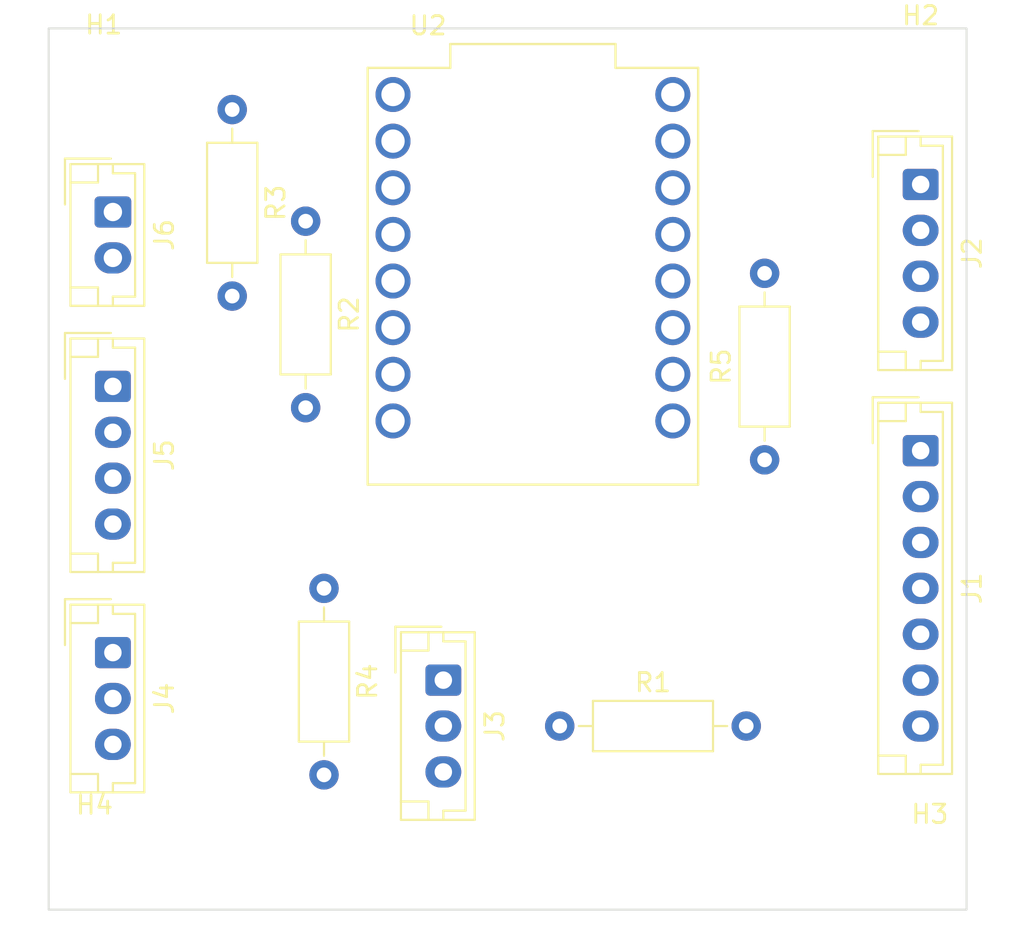
<source format=kicad_pcb>
(kicad_pcb (version 20240108) (generator "pcbnew") (generator_version "8.0")
  (layers (0 "F.Cu" signal) (31 "B.Cu" signal) (34 "B.Paste" user) (35 "F.Paste" user) (36 "B.SilkS" user "B.Silkscreen") (37 "F.SilkS" user "F.Silkscreen") (38 "B.Mask" user) (39 "F.Mask" user) (44 "Edge.Cuts" user))
  (net 0 "")
  (net 3 "Net-(J1-Pin_7)")
  (net 5 "Net-(J1-Pin_4)")
  (net 6 "+3.3V")
  (net 7 "+5V")
  (net 8 "GND")
  (net 12 "Net-(J3-Pin_3)")
  (footprint "Connector_JST:JST_EH_B2B-EH-A_1x02_P2.50mm_Vertical" (layer "F.Cu") (at 109 89.5 -90)
    (property "Reference" "J6" (at 1.25 -2.8 90) (layer "F.SilkS"))
    (property "Value" "Conn_01x02_Pin")
    (fp_line (start -2.91 2.61) (end -0.41 2.61) (stroke (width 0.12)) (layer "F.SilkS"))
    (fp_line (start -2.61 2.31) (end 5.11 2.31) (stroke (width 0.12)) (layer "F.SilkS"))
    (fp_line (start 5.11 2.31) (end 5.11 -1.71) (stroke (width 0.12)) (layer "F.SilkS"))
    (fp_line (start -2.61 0.81) (end -1.61 0.81) (stroke (width 0.12)) (layer "F.SilkS"))
    (fp_line (start -1.61 0.81) (end -1.61 2.31) (stroke (width 0.12)) (layer "F.SilkS"))
    (fp_line (start 4.11 0.81) (end 4.11 2.31) (stroke (width 0.12)) (layer "F.SilkS"))
    (fp_line (start 5.11 0.81) (end 4.11 0.81) (stroke (width 0.12)) (layer "F.SilkS"))
    (fp_line (start -2.91 0.11) (end -2.91 2.61) (stroke (width 0.12)) (layer "F.SilkS"))
    (fp_line (start -2.61 0) (end -2.11 0) (stroke (width 0.12)) (layer "F.SilkS"))
    (fp_line (start -2.11 0) (end -2.11 -1.21) (stroke (width 0.12)) (layer "F.SilkS"))
    (fp_line (start 4.61 0) (end 5.11 0) (stroke (width 0.12)) (layer "F.SilkS"))
    (fp_line (start -2.11 -1.21) (end 4.61 -1.21) (stroke (width 0.12)) (layer "F.SilkS"))
    (fp_line (start 4.61 -1.21) (end 4.61 0) (stroke (width 0.12)) (layer "F.SilkS"))
    (fp_line (start -2.61 -1.71) (end -2.61 2.31) (stroke (width 0.12)) (layer "F.SilkS"))
    (fp_line (start 5.11 -1.71) (end -2.61 -1.71) (stroke (width 0.12)) (layer "F.SilkS"))
    (pad "1" thru_hole roundrect (at 0 0 270) (size 1.7 2) (drill 1) (layers "*.Cu" "*.Mask") (roundrect_rratio 0.147059))
    (pad "2" thru_hole oval (at 2.5 0 270) (size 1.7 2) (drill 1) (layers "*.Cu" "*.Mask") (net 8 "GND"))
  )
  (footprint "ESP32-C3_SUPERMINI:MODULE_ESP32-C3_SUPERMINI" (layer "F.Cu") (at 131.88 93)
    (property "Reference" "U2" (at -5.715 -13.6525 0) (layer "F.SilkS"))
    (property "Value" "ESP32-C3_SUPERMINI")
    (fp_line (start -9 11.35) (end -9 -11.35) (stroke (width 0.127)) (layer "F.SilkS"))
    (fp_line (start -4.5 -12.65) (end -4.5 -11.35) (stroke (width 0.127)) (layer "F.SilkS"))
    (fp_line (start -4.5 -11.35) (end -9 -11.35) (stroke (width 0.127)) (layer "F.SilkS"))
    (fp_line (start 4.5 -12.65) (end -4.5 -12.65) (stroke (width 0.127)) (layer "F.SilkS"))
    (fp_line (start 4.5 -12.65) (end 4.5 -11.35) (stroke (width 0.127)) (layer "F.SilkS"))
    (fp_line (start 9 -11.35) (end 4.5 -11.35) (stroke (width 0.127)) (layer "F.SilkS"))
    (fp_line (start 9 11.35) (end -9 11.35) (stroke (width 0.127)) (layer "F.SilkS"))
    (fp_line (start 9 11.35) (end 9 -11.35) (stroke (width 0.127)) (layer "F.SilkS"))
    (pad "0" thru_hole circle (at 7.62 7.88) (size 1.905 1.905) (drill 1.27) (layers "*.Cu" "*.Mask"))
    (pad "1" thru_hole circle (at 7.62 5.34) (size 1.905 1.905) (drill 1.27) (layers "*.Cu" "*.Mask"))
    (pad "2" thru_hole circle (at 7.62 2.8) (size 1.905 1.905) (drill 1.27) (layers "*.Cu" "*.Mask"))
    (pad "3" thru_hole circle (at 7.62 0.26) (size 1.905 1.905) (drill 1.27) (layers "*.Cu" "*.Mask"))
    (pad "3.3" thru_hole circle (at 7.62 -4.82) (size 1.905 1.905) (drill 1.27) (layers "*.Cu" "*.Mask"))
    (pad "4" thru_hole circle (at 7.62 -2.28) (size 1.905 1.905) (drill 1.27) (layers "*.Cu" "*.Mask"))
    (pad "5" thru_hole circle (at -7.62 -9.9) (size 1.905 1.905) (drill 1.27) (layers "*.Cu" "*.Mask"))
    (pad "5V" thru_hole circle (at 7.62 -9.9) (size 1.905 1.905) (drill 1.27) (layers "*.Cu" "*.Mask"))
    (pad "6" thru_hole circle (at -7.62 -7.36) (size 1.905 1.905) (drill 1.27) (layers "*.Cu" "*.Mask"))
    (pad "7" thru_hole circle (at -7.62 -4.82) (size 1.905 1.905) (drill 1.27) (layers "*.Cu" "*.Mask"))
    (pad "8" thru_hole circle (at -7.62 -2.28) (size 1.905 1.905) (drill 1.27) (layers "*.Cu" "*.Mask"))
    (pad "9" thru_hole circle (at -7.62 0.26) (size 1.905 1.905) (drill 1.27) (layers "*.Cu" "*.Mask"))
    (pad "10" thru_hole circle (at -7.62 2.8) (size 1.905 1.905) (drill 1.27) (layers "*.Cu" "*.Mask"))
    (pad "20" thru_hole circle (at -7.62 5.34) (size 1.905 1.905) (drill 1.27) (layers "*.Cu" "*.Mask"))
    (pad "21" thru_hole circle (at -7.62 7.88) (size 1.905 1.905) (drill 1.27) (layers "*.Cu" "*.Mask"))
    (pad "G" thru_hole circle (at 7.62 -7.36) (size 1.905 1.905) (drill 1.27) (layers "*.Cu" "*.Mask"))
  )
  (footprint "Connector_JST:JST_EH_B3B-EH-A_1x03_P2.50mm_Vertical" (layer "F.Cu") (at 109 113.5 -90)
    (property "Reference" "J4" (at 2.5 -2.8 90) (layer "F.SilkS"))
    (property "Value" "Conn_01x03_Pin")
    (fp_line (start -2.91 2.61) (end -0.41 2.61) (stroke (width 0.12)) (layer "F.SilkS"))
    (fp_line (start -2.61 2.31) (end 7.61 2.31) (stroke (width 0.12)) (layer "F.SilkS"))
    (fp_line (start 7.61 2.31) (end 7.61 -1.71) (stroke (width 0.12)) (layer "F.SilkS"))
    (fp_line (start -2.61 0.81) (end -1.61 0.81) (stroke (width 0.12)) (layer "F.SilkS"))
    (fp_line (start -1.61 0.81) (end -1.61 2.31) (stroke (width 0.12)) (layer "F.SilkS"))
    (fp_line (start 6.61 0.81) (end 6.61 2.31) (stroke (width 0.12)) (layer "F.SilkS"))
    (fp_line (start 7.61 0.81) (end 6.61 0.81) (stroke (width 0.12)) (layer "F.SilkS"))
    (fp_line (start -2.91 0.11) (end -2.91 2.61) (stroke (width 0.12)) (layer "F.SilkS"))
    (fp_line (start -2.61 0) (end -2.11 0) (stroke (width 0.12)) (layer "F.SilkS"))
    (fp_line (start -2.11 0) (end -2.11 -1.21) (stroke (width 0.12)) (layer "F.SilkS"))
    (fp_line (start 7.11 0) (end 7.61 0) (stroke (width 0.12)) (layer "F.SilkS"))
    (fp_line (start -2.11 -1.21) (end 7.11 -1.21) (stroke (width 0.12)) (layer "F.SilkS"))
    (fp_line (start 7.11 -1.21) (end 7.11 0) (stroke (width 0.12)) (layer "F.SilkS"))
    (fp_line (start -2.61 -1.71) (end -2.61 2.31) (stroke (width 0.12)) (layer "F.SilkS"))
    (fp_line (start 7.61 -1.71) (end -2.61 -1.71) (stroke (width 0.12)) (layer "F.SilkS"))
    (pad "1" thru_hole roundrect (at 0 0 270) (size 1.7 1.95) (drill 0.95) (layers "*.Cu" "*.Mask") (roundrect_rratio 0.147059) (net 6 "+3.3V"))
    (pad "2" thru_hole oval (at 2.5 0 270) (size 1.7 1.95) (drill 0.95) (layers "*.Cu" "*.Mask") (net 8 "GND"))
    (pad "3" thru_hole oval (at 5 0 270) (size 1.7 1.95) (drill 0.95) (layers "*.Cu" "*.Mask") (net 3 "Net-(J1-Pin_7)"))
  )
  (footprint "Connector_JST:JST_EH_B4B-EH-A_1x04_P2.50mm_Vertical" (layer "F.Cu") (at 153 88 -90)
    (property "Reference" "J2" (at 3.75 -2.8 90) (layer "F.SilkS"))
    (property "Value" "Conn_01x04_Pin")
    (fp_line (start -2.91 2.61) (end -0.41 2.61) (stroke (width 0.12)) (layer "F.SilkS"))
    (fp_line (start -2.61 2.31) (end 10.11 2.31) (stroke (width 0.12)) (layer "F.SilkS"))
    (fp_line (start 10.11 2.31) (end 10.11 -1.71) (stroke (width 0.12)) (layer "F.SilkS"))
    (fp_line (start -2.61 0.81) (end -1.61 0.81) (stroke (width 0.12)) (layer "F.SilkS"))
    (fp_line (start -1.61 0.81) (end -1.61 2.31) (stroke (width 0.12)) (layer "F.SilkS"))
    (fp_line (start 9.11 0.81) (end 9.11 2.31) (stroke (width 0.12)) (layer "F.SilkS"))
    (fp_line (start 10.11 0.81) (end 9.11 0.81) (stroke (width 0.12)) (layer "F.SilkS"))
    (fp_line (start -2.91 0.11) (end -2.91 2.61) (stroke (width 0.12)) (layer "F.SilkS"))
    (fp_line (start -2.61 0) (end -2.11 0) (stroke (width 0.12)) (layer "F.SilkS"))
    (fp_line (start -2.11 0) (end -2.11 -1.21) (stroke (width 0.12)) (layer "F.SilkS"))
    (fp_line (start 9.61 0) (end 10.11 0) (stroke (width 0.12)) (layer "F.SilkS"))
    (fp_line (start -2.11 -1.21) (end 9.61 -1.21) (stroke (width 0.12)) (layer "F.SilkS"))
    (fp_line (start 9.61 -1.21) (end 9.61 0) (stroke (width 0.12)) (layer "F.SilkS"))
    (fp_line (start -2.61 -1.71) (end -2.61 2.31) (stroke (width 0.12)) (layer "F.SilkS"))
    (fp_line (start 10.11 -1.71) (end -2.61 -1.71) (stroke (width 0.12)) (layer "F.SilkS"))
    (pad "1" thru_hole roundrect (at 0 0 270) (size 1.7 1.95) (drill 0.95) (layers "*.Cu" "*.Mask") (roundrect_rratio 0.147059) (net 7 "+5V"))
    (pad "2" thru_hole oval (at 2.5 0 270) (size 1.7 1.95) (drill 0.95) (layers "*.Cu" "*.Mask") (net 8 "GND"))
    (pad "3" thru_hole oval (at 5 0 270) (size 1.7 1.95) (drill 0.95) (layers "*.Cu" "*.Mask"))
    (pad "4" thru_hole oval (at 7.5 0 270) (size 1.7 1.95) (drill 0.95) (layers "*.Cu" "*.Mask"))
  )
  (footprint "Resistor_THT:R_Axial_DIN0207_L6.3mm_D2.5mm_P10.16mm_Horizontal" (layer "F.Cu") (at 115.5 83.92 -90)
    (property "Reference" "R3" (at 5.08 -2.37 90) (layer "F.SilkS"))
    (property "Value" "2k2")
    (fp_line (start 1.81 1.37) (end 8.35 1.37) (stroke (width 0.12)) (layer "F.SilkS"))
    (fp_line (start 8.35 1.37) (end 8.35 -1.37) (stroke (width 0.12)) (layer "F.SilkS"))
    (fp_line (start 1.04 0) (end 1.81 0) (stroke (width 0.12)) (layer "F.SilkS"))
    (fp_line (start 9.12 0) (end 8.35 0) (stroke (width 0.12)) (layer "F.SilkS"))
    (fp_line (start 1.81 -1.37) (end 1.81 1.37) (stroke (width 0.12)) (layer "F.SilkS"))
    (fp_line (start 8.35 -1.37) (end 1.81 -1.37) (stroke (width 0.12)) (layer "F.SilkS"))
    (pad "1" thru_hole circle (at 0 0 270) (size 1.6 1.6) (drill 0.8) (layers "*.Cu" "*.Mask"))
    (pad "2" thru_hole oval (at 10.16 0 270) (size 1.6 1.6) (drill 0.8) (layers "*.Cu" "*.Mask") (net 5 "Net-(J1-Pin_4)"))
  )
  (footprint "MountingHole:MountingHole_2.2mm_M2" (layer "F.Cu") (at 108 125)
    (property "Reference" "H4" (at 0 -3.2 0) (layer "F.SilkS"))
    (property "Value" "MountingHole")
    (pad "" np_thru_hole circle (at 0 0) (size 2.2 2.2) (drill 2.2) (layers "*.Cu" "*.Mask"))
  )
  (footprint "Resistor_THT:R_Axial_DIN0207_L6.3mm_D2.5mm_P10.16mm_Horizontal" (layer "F.Cu") (at 119.5 90 -90)
    (property "Reference" "R2" (at 5.08 -2.37 90) (layer "F.SilkS"))
    (property "Value" "2k2")
    (fp_line (start 1.81 1.37) (end 8.35 1.37) (stroke (width 0.12)) (layer "F.SilkS"))
    (fp_line (start 8.35 1.37) (end 8.35 -1.37) (stroke (width 0.12)) (layer "F.SilkS"))
    (fp_line (start 1.04 0) (end 1.81 0) (stroke (width 0.12)) (layer "F.SilkS"))
    (fp_line (start 9.12 0) (end 8.35 0) (stroke (width 0.12)) (layer "F.SilkS"))
    (fp_line (start 1.81 -1.37) (end 1.81 1.37) (stroke (width 0.12)) (layer "F.SilkS"))
    (fp_line (start 8.35 -1.37) (end 1.81 -1.37) (stroke (width 0.12)) (layer "F.SilkS"))
    (pad "1" thru_hole circle (at 0 0 270) (size 1.6 1.6) (drill 0.8) (layers "*.Cu" "*.Mask"))
    (pad "2" thru_hole oval (at 10.16 0 270) (size 1.6 1.6) (drill 0.8) (layers "*.Cu" "*.Mask") (net 5 "Net-(J1-Pin_4)"))
  )
  (footprint "MountingHole:MountingHole_2.2mm_M2" (layer "F.Cu") (at 153 82)
    (property "Reference" "H2" (at 0 -3.2 0) (layer "F.SilkS"))
    (property "Value" "MountingHole")
    (pad "" np_thru_hole circle (at 0 0) (size 2.2 2.2) (drill 2.2) (layers "*.Cu" "*.Mask"))
  )
  (footprint "Resistor_THT:R_Axial_DIN0207_L6.3mm_D2.5mm_P10.16mm_Horizontal" (layer "F.Cu") (at 120.5 110 -90)
    (property "Reference" "R4" (at 5.08 -2.37 90) (layer "F.SilkS"))
    (property "Value" "2k2")
    (fp_line (start 1.81 1.37) (end 8.35 1.37) (stroke (width 0.12)) (layer "F.SilkS"))
    (fp_line (start 8.35 1.37) (end 8.35 -1.37) (stroke (width 0.12)) (layer "F.SilkS"))
    (fp_line (start 1.04 0) (end 1.81 0) (stroke (width 0.12)) (layer "F.SilkS"))
    (fp_line (start 9.12 0) (end 8.35 0) (stroke (width 0.12)) (layer "F.SilkS"))
    (fp_line (start 1.81 -1.37) (end 1.81 1.37) (stroke (width 0.12)) (layer "F.SilkS"))
    (fp_line (start 8.35 -1.37) (end 1.81 -1.37) (stroke (width 0.12)) (layer "F.SilkS"))
    (pad "1" thru_hole circle (at 0 0 270) (size 1.6 1.6) (drill 0.8) (layers "*.Cu" "*.Mask"))
    (pad "2" thru_hole oval (at 10.16 0 270) (size 1.6 1.6) (drill 0.8) (layers "*.Cu" "*.Mask") (net 3 "Net-(J1-Pin_7)"))
  )
  (footprint "MountingHole:MountingHole_2.2mm_M2" (layer "F.Cu") (at 108.5 82.5)
    (property "Reference" "H1" (at 0 -3.2 0) (layer "F.SilkS"))
    (property "Value" "MountingHole")
    (pad "" np_thru_hole circle (at 0 0) (size 2.2 2.2) (drill 2.2) (layers "*.Cu" "*.Mask"))
  )
  (footprint "Resistor_THT:R_Axial_DIN0207_L6.3mm_D2.5mm_P10.16mm_Horizontal" (layer "F.Cu") (at 133.34 117.5)
    (property "Reference" "R1" (at 5.08 -2.37 0) (layer "F.SilkS"))
    (property "Value" "2k2")
    (fp_line (start 1.04 0) (end 1.81 0) (stroke (width 0.12)) (layer "F.SilkS"))
    (fp_line (start 1.81 -1.37) (end 1.81 1.37) (stroke (width 0.12)) (layer "F.SilkS"))
    (fp_line (start 1.81 1.37) (end 8.35 1.37) (stroke (width 0.12)) (layer "F.SilkS"))
    (fp_line (start 8.35 -1.37) (end 1.81 -1.37) (stroke (width 0.12)) (layer "F.SilkS"))
    (fp_line (start 8.35 1.37) (end 8.35 -1.37) (stroke (width 0.12)) (layer "F.SilkS"))
    (fp_line (start 9.12 0) (end 8.35 0) (stroke (width 0.12)) (layer "F.SilkS"))
    (pad "1" thru_hole circle (at 0 0) (size 1.6 1.6) (drill 0.8) (layers "*.Cu" "*.Mask") (net 12 "Net-(J3-Pin_3)"))
    (pad "2" thru_hole oval (at 10.16 0) (size 1.6 1.6) (drill 0.8) (layers "*.Cu" "*.Mask") (net 5 "Net-(J1-Pin_4)"))
  )
  (footprint "Connector_JST:JST_EH_B4B-EH-A_1x04_P2.50mm_Vertical" (layer "F.Cu") (at 109 99 -90)
    (property "Reference" "J5" (at 3.75 -2.8 90) (layer "F.SilkS"))
    (property "Value" "Conn_01x04_Pin")
    (fp_line (start -2.91 2.61) (end -0.41 2.61) (stroke (width 0.12)) (layer "F.SilkS"))
    (fp_line (start -2.61 2.31) (end 10.11 2.31) (stroke (width 0.12)) (layer "F.SilkS"))
    (fp_line (start 10.11 2.31) (end 10.11 -1.71) (stroke (width 0.12)) (layer "F.SilkS"))
    (fp_line (start -2.61 0.81) (end -1.61 0.81) (stroke (width 0.12)) (layer "F.SilkS"))
    (fp_line (start -1.61 0.81) (end -1.61 2.31) (stroke (width 0.12)) (layer "F.SilkS"))
    (fp_line (start 9.11 0.81) (end 9.11 2.31) (stroke (width 0.12)) (layer "F.SilkS"))
    (fp_line (start 10.11 0.81) (end 9.11 0.81) (stroke (width 0.12)) (layer "F.SilkS"))
    (fp_line (start -2.91 0.11) (end -2.91 2.61) (stroke (width 0.12)) (layer "F.SilkS"))
    (fp_line (start -2.61 0) (end -2.11 0) (stroke (width 0.12)) (layer "F.SilkS"))
    (fp_line (start -2.11 0) (end -2.11 -1.21) (stroke (width 0.12)) (layer "F.SilkS"))
    (fp_line (start 9.61 0) (end 10.11 0) (stroke (width 0.12)) (layer "F.SilkS"))
    (fp_line (start -2.11 -1.21) (end 9.61 -1.21) (stroke (width 0.12)) (layer "F.SilkS"))
    (fp_line (start 9.61 -1.21) (end 9.61 0) (stroke (width 0.12)) (layer "F.SilkS"))
    (fp_line (start -2.61 -1.71) (end -2.61 2.31) (stroke (width 0.12)) (layer "F.SilkS"))
    (fp_line (start 10.11 -1.71) (end -2.61 -1.71) (stroke (width 0.12)) (layer "F.SilkS"))
    (pad "1" thru_hole roundrect (at 0 0 270) (size 1.7 1.95) (drill 0.95) (layers "*.Cu" "*.Mask") (roundrect_rratio 0.147059) (net 8 "GND"))
    (pad "2" thru_hole oval (at 2.5 0 270) (size 1.7 1.95) (drill 0.95) (layers "*.Cu" "*.Mask") (net 7 "+5V"))
    (pad "3" thru_hole oval (at 5 0 270) (size 1.7 1.95) (drill 0.95) (layers "*.Cu" "*.Mask"))
    (pad "4" thru_hole oval (at 7.5 0 270) (size 1.7 1.95) (drill 0.95) (layers "*.Cu" "*.Mask"))
  )
  (footprint "Resistor_THT:R_Axial_DIN0207_L6.3mm_D2.5mm_P10.16mm_Horizontal" (layer "F.Cu") (at 144.5 103 90)
    (property "Reference" "R5" (at 5.08 -2.37 -90) (layer "F.SilkS"))
    (property "Value" "2k2")
    (fp_line (start 8.35 -1.37) (end 1.81 -1.37) (stroke (width 0.12)) (layer "F.SilkS"))
    (fp_line (start 1.81 -1.37) (end 1.81 1.37) (stroke (width 0.12)) (layer "F.SilkS"))
    (fp_line (start 9.12 0) (end 8.35 0) (stroke (width 0.12)) (layer "F.SilkS"))
    (fp_line (start 1.04 0) (end 1.81 0) (stroke (width 0.12)) (layer "F.SilkS"))
    (fp_line (start 8.35 1.37) (end 8.35 -1.37) (stroke (width 0.12)) (layer "F.SilkS"))
    (fp_line (start 1.81 1.37) (end 8.35 1.37) (stroke (width 0.12)) (layer "F.SilkS"))
    (pad "1" thru_hole circle (at 0 0 90) (size 1.6 1.6) (drill 0.8) (layers "*.Cu" "*.Mask") (net 6 "+3.3V"))
    (pad "2" thru_hole oval (at 10.16 0 90) (size 1.6 1.6) (drill 0.8) (layers "*.Cu" "*.Mask"))
  )
  (footprint "Connector_JST:JST_EH_B7B-EH-A_1x07_P2.50mm_Vertical" (layer "F.Cu") (at 153 102.5 -90)
    (property "Reference" "J1" (at 7.5 -2.8 90) (layer "F.SilkS"))
    (property "Value" "Conn_01x07_Pin")
    (fp_line (start -2.91 2.61) (end -0.41 2.61) (stroke (width 0.12)) (layer "F.SilkS"))
    (fp_line (start -2.61 2.31) (end 17.61 2.31) (stroke (width 0.12)) (layer "F.SilkS"))
    (fp_line (start 17.61 2.31) (end 17.61 -1.71) (stroke (width 0.12)) (layer "F.SilkS"))
    (fp_line (start -2.61 0.81) (end -1.61 0.81) (stroke (width 0.12)) (layer "F.SilkS"))
    (fp_line (start -1.61 0.81) (end -1.61 2.31) (stroke (width 0.12)) (layer "F.SilkS"))
    (fp_line (start 16.61 0.81) (end 16.61 2.31) (stroke (width 0.12)) (layer "F.SilkS"))
    (fp_line (start 17.61 0.81) (end 16.61 0.81) (stroke (width 0.12)) (layer "F.SilkS"))
    (fp_line (start -2.91 0.11) (end -2.91 2.61) (stroke (width 0.12)) (layer "F.SilkS"))
    (fp_line (start -2.61 0) (end -2.11 0) (stroke (width 0.12)) (layer "F.SilkS"))
    (fp_line (start -2.11 0) (end -2.11 -1.21) (stroke (width 0.12)) (layer "F.SilkS"))
    (fp_line (start 17.11 0) (end 17.61 0) (stroke (width 0.12)) (layer "F.SilkS"))
    (fp_line (start -2.11 -1.21) (end 17.11 -1.21) (stroke (width 0.12)) (layer "F.SilkS"))
    (fp_line (start 17.11 -1.21) (end 17.11 0) (stroke (width 0.12)) (layer "F.SilkS"))
    (fp_line (start -2.61 -1.71) (end -2.61 2.31) (stroke (width 0.12)) (layer "F.SilkS"))
    (fp_line (start 17.61 -1.71) (end -2.61 -1.71) (stroke (width 0.12)) (layer "F.SilkS"))
    (pad "1" thru_hole roundrect (at 0 0 270) (size 1.7 1.95) (drill 0.95) (layers "*.Cu" "*.Mask") (roundrect_rratio 0.147059) (net 7 "+5V"))
    (pad "2" thru_hole oval (at 2.5 0 270) (size 1.7 1.95) (drill 0.95) (layers "*.Cu" "*.Mask") (net 6 "+3.3V"))
    (pad "3" thru_hole oval (at 5 0 270) (size 1.7 1.95) (drill 0.95) (layers "*.Cu" "*.Mask") (net 8 "GND"))
    (pad "4" thru_hole oval (at 7.5 0 270) (size 1.7 1.95) (drill 0.95) (layers "*.Cu" "*.Mask") (net 5 "Net-(J1-Pin_4)"))
    (pad "5" thru_hole oval (at 10 0 270) (size 1.7 1.95) (drill 0.95) (layers "*.Cu" "*.Mask"))
    (pad "6" thru_hole oval (at 12.5 0 270) (size 1.7 1.95) (drill 0.95) (layers "*.Cu" "*.Mask"))
    (pad "7" thru_hole oval (at 15 0 270) (size 1.7 1.95) (drill 0.95) (layers "*.Cu" "*.Mask") (net 3 "Net-(J1-Pin_7)"))
  )
  (footprint "Connector_JST:JST_EH_B3B-EH-A_1x03_P2.50mm_Vertical" (layer "F.Cu") (at 127 115 -90)
    (property "Reference" "J3" (at 2.5 -2.8 90) (layer "F.SilkS"))
    (property "Value" "Conn_01x03_Pin")
    (fp_line (start -2.91 2.61) (end -0.41 2.61) (stroke (width 0.12)) (layer "F.SilkS"))
    (fp_line (start -2.61 2.31) (end 7.61 2.31) (stroke (width 0.12)) (layer "F.SilkS"))
    (fp_line (start 7.61 2.31) (end 7.61 -1.71) (stroke (width 0.12)) (layer "F.SilkS"))
    (fp_line (start -2.61 0.81) (end -1.61 0.81) (stroke (width 0.12)) (layer "F.SilkS"))
    (fp_line (start -1.61 0.81) (end -1.61 2.31) (stroke (width 0.12)) (layer "F.SilkS"))
    (fp_line (start 6.61 0.81) (end 6.61 2.31) (stroke (width 0.12)) (layer "F.SilkS"))
    (fp_line (start 7.61 0.81) (end 6.61 0.81) (stroke (width 0.12)) (layer "F.SilkS"))
    (fp_line (start -2.91 0.11) (end -2.91 2.61) (stroke (width 0.12)) (layer "F.SilkS"))
    (fp_line (start -2.61 0) (end -2.11 0) (stroke (width 0.12)) (layer "F.SilkS"))
    (fp_line (start -2.11 0) (end -2.11 -1.21) (stroke (width 0.12)) (layer "F.SilkS"))
    (fp_line (start 7.11 0) (end 7.61 0) (stroke (width 0.12)) (layer "F.SilkS"))
    (fp_line (start -2.11 -1.21) (end 7.11 -1.21) (stroke (width 0.12)) (layer "F.SilkS"))
    (fp_line (start 7.11 -1.21) (end 7.11 0) (stroke (width 0.12)) (layer "F.SilkS"))
    (fp_line (start -2.61 -1.71) (end -2.61 2.31) (stroke (width 0.12)) (layer "F.SilkS"))
    (fp_line (start 7.61 -1.71) (end -2.61 -1.71) (stroke (width 0.12)) (layer "F.SilkS"))
    (pad "1" thru_hole roundrect (at 0 0 270) (size 1.7 1.95) (drill 0.95) (layers "*.Cu" "*.Mask") (roundrect_rratio 0.147059) (net 6 "+3.3V"))
    (pad "2" thru_hole oval (at 2.5 0 270) (size 1.7 1.95) (drill 0.95) (layers "*.Cu" "*.Mask") (net 8 "GND"))
    (pad "3" thru_hole oval (at 5 0 270) (size 1.7 1.95) (drill 0.95) (layers "*.Cu" "*.Mask") (net 12 "Net-(J3-Pin_3)"))
  )
  (footprint "MountingHole:MountingHole_2.2mm_M2" (layer "F.Cu") (at 153.5 125.5)
    (property "Reference" "H3" (at 0 -3.2 0) (layer "F.SilkS"))
    (property "Value" "MountingHole")
    (pad "" np_thru_hole circle (at 0 0) (size 2.2 2.2) (drill 2.2) (layers "*.Cu" "*.Mask"))
  )
  (gr_rect (start 105.5 79.5) (end 155.5 127.5) (stroke (width 0.1)) (fill none) (layer "Edge.Cuts"))
)
</source>
